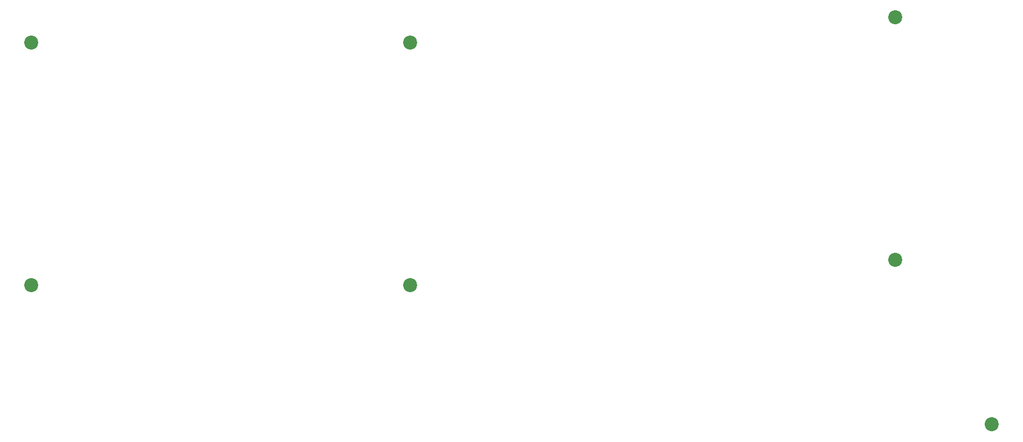
<source format=gbr>
%TF.GenerationSoftware,KiCad,Pcbnew,(5.1.9-0-10_14)*%
%TF.CreationDate,2021-04-25T18:43:05-05:00*%
%TF.ProjectId,wren-nav,7772656e-2d6e-4617-962e-6b696361645f,rev?*%
%TF.SameCoordinates,Original*%
%TF.FileFunction,Soldermask,Top*%
%TF.FilePolarity,Negative*%
%FSLAX46Y46*%
G04 Gerber Fmt 4.6, Leading zero omitted, Abs format (unit mm)*
G04 Created by KiCad (PCBNEW (5.1.9-0-10_14)) date 2021-04-25 18:43:05*
%MOMM*%
%LPD*%
G01*
G04 APERTURE LIST*
%ADD10C,2.200000*%
G04 APERTURE END LIST*
D10*
%TO.C,H3*%
X211137500Y-42068750D03*
%TD*%
%TO.C,H6*%
X211137500Y-80168750D03*
%TD*%
%TO.C,H7*%
X226250500Y-106013250D03*
%TD*%
%TO.C,H5*%
X134937500Y-84137500D03*
%TD*%
%TO.C,H4*%
X75400000Y-84137500D03*
%TD*%
%TO.C,H2*%
X134937500Y-46037500D03*
%TD*%
%TO.C,H1*%
X75400000Y-46037500D03*
%TD*%
M02*

</source>
